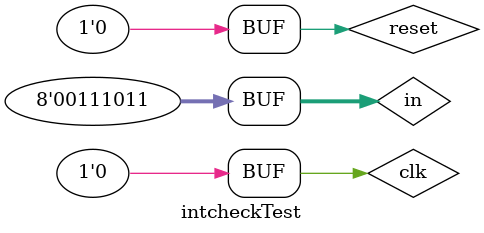
<source format=v>
`timescale 1ns / 1ps


module intcheckTest;

	// Inputs
	reg clk;
	reg reset;
	reg [7:0] in;

	// Outputs
	wire out;

	// Instantiate the Unit Under Test (UUT)
	intcheck uut (
		.clk(clk), 
		.reset(reset), 
		.in(in), 
		.out(out)
	);

	initial begin
		// Initialize Inputs
		clk = 0;
		reset = 0;
		in = 0;

		// Wait 100 ns for global reset to finish
		#100;
        
		// Add stimulus herein="i";#5;clk=1;#5;clk=0;

in="i";#5;clk=1;#5;clk=0;
in="n";#5;clk=1;#5;clk=0;
in="t";#5;clk=1;#5;clk=0;
in=" ";#5;clk=1;#5;clk=0;
in="7";#5;clk=1;#5;clk=0;
in="1";#5;clk=1;#5;clk=0;
in="1";#5;clk=1;#5;clk=0;
in=";";#5;clk=1;#5;clk=0;
//


	end
      
endmodule


</source>
